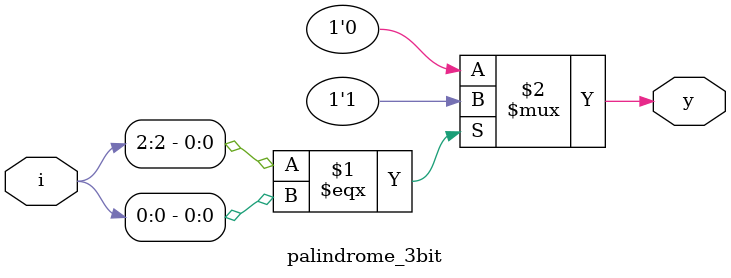
<source format=v>
module palindrome_3bit(input [2:0]i,output y);
  assign y=((i[2]===i[0])?1'b1:1'b0);
endmodule

</source>
